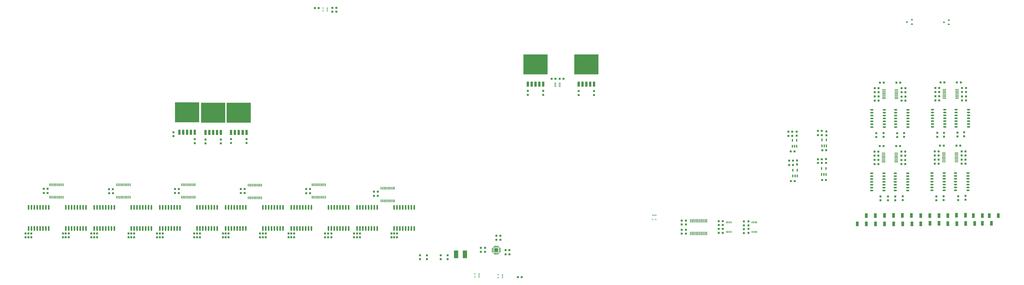
<source format=gbp>
G04*
G04 #@! TF.GenerationSoftware,Altium Limited,Altium Designer,18.1.9 (240)*
G04*
G04 Layer_Color=128*
%FSLAX25Y25*%
%MOIN*%
G70*
G01*
G75*
%ADD34R,0.03740X0.03740*%
%ADD35R,0.03740X0.03740*%
%ADD46O,0.02362X0.08661*%
%ADD50R,0.07500X0.13500*%
%ADD51R,0.01654X0.03500*%
%ADD63R,0.01181X0.06299*%
%ADD140O,0.05709X0.02362*%
%ADD141R,0.02441X0.04803*%
%ADD142R,0.03347X0.02362*%
%ADD143R,0.05000X0.08268*%
%ADD144R,0.06496X0.01181*%
%ADD145R,0.04200X0.09000*%
%ADD146R,0.42000X0.35000*%
%ADD147R,0.01575X0.04921*%
%ADD148R,0.01181X0.01181*%
%ADD149R,0.01181X0.03543*%
%ADD150R,0.03543X0.01181*%
%ADD151R,0.07087X0.07087*%
%ADD152R,0.01968X0.01575*%
%ADD153R,0.01575X0.01968*%
%ADD154R,0.03347X0.01575*%
D34*
X1395413Y285405D02*
D03*
Y278713D02*
D03*
X1394707Y237260D02*
D03*
Y230567D02*
D03*
X1343673Y278153D02*
D03*
Y284846D02*
D03*
X1344467Y228153D02*
D03*
Y234846D02*
D03*
X1586500Y165654D02*
D03*
Y172346D02*
D03*
X1624303Y166119D02*
D03*
Y172812D02*
D03*
X1598949Y166119D02*
D03*
Y172812D02*
D03*
X1637046Y166654D02*
D03*
Y173346D02*
D03*
X1482000Y282252D02*
D03*
Y275559D02*
D03*
X1494695Y282587D02*
D03*
Y275894D02*
D03*
X1530500Y282587D02*
D03*
Y275894D02*
D03*
X1518403Y282252D02*
D03*
Y275559D02*
D03*
X1588054Y276153D02*
D03*
Y282846D02*
D03*
X1599905Y276373D02*
D03*
Y283066D02*
D03*
X1634798Y277153D02*
D03*
Y283846D02*
D03*
X1623000Y276654D02*
D03*
Y283347D02*
D03*
X1489500Y172348D02*
D03*
Y165655D02*
D03*
X1502300Y172346D02*
D03*
Y165654D02*
D03*
X1528071Y172812D02*
D03*
Y166119D02*
D03*
X1515221Y172348D02*
D03*
Y165655D02*
D03*
X829000Y97154D02*
D03*
Y103847D02*
D03*
X544000Y500347D02*
D03*
Y493653D02*
D03*
X822000Y103847D02*
D03*
Y97154D02*
D03*
X795000Y82846D02*
D03*
Y76153D02*
D03*
X802500Y82846D02*
D03*
Y76153D02*
D03*
X991788Y355500D02*
D03*
Y348807D02*
D03*
X298141Y271847D02*
D03*
Y265154D02*
D03*
X964988Y355500D02*
D03*
Y348807D02*
D03*
X261000Y284068D02*
D03*
Y277375D02*
D03*
X316700Y271346D02*
D03*
Y264653D02*
D03*
X343500Y271346D02*
D03*
Y264653D02*
D03*
X876602Y355847D02*
D03*
Y349153D02*
D03*
X361197Y272000D02*
D03*
Y265307D02*
D03*
X903402Y355847D02*
D03*
Y349153D02*
D03*
X388000Y272000D02*
D03*
Y265307D02*
D03*
X79000Y107976D02*
D03*
Y101284D02*
D03*
X192770Y107976D02*
D03*
Y101284D02*
D03*
X307000Y107976D02*
D03*
Y101284D02*
D03*
X421384Y107976D02*
D03*
Y101284D02*
D03*
X535326Y107976D02*
D03*
Y101284D02*
D03*
X649498Y107976D02*
D03*
Y101284D02*
D03*
X9000Y107976D02*
D03*
Y101284D02*
D03*
X128270Y107976D02*
D03*
Y101284D02*
D03*
X242538Y107976D02*
D03*
Y101284D02*
D03*
X356691Y107976D02*
D03*
Y101284D02*
D03*
X470845Y107976D02*
D03*
Y101284D02*
D03*
X584998Y107976D02*
D03*
Y101284D02*
D03*
X73831Y107976D02*
D03*
Y101284D02*
D03*
X187770Y107976D02*
D03*
Y101284D02*
D03*
X302038Y107976D02*
D03*
Y101284D02*
D03*
X416384Y107976D02*
D03*
Y101284D02*
D03*
X529826Y107976D02*
D03*
Y101284D02*
D03*
X644498Y107976D02*
D03*
Y101284D02*
D03*
X14000Y107976D02*
D03*
Y101284D02*
D03*
X123270Y107976D02*
D03*
Y101284D02*
D03*
X237538Y107976D02*
D03*
Y101284D02*
D03*
X351691Y107976D02*
D03*
Y101284D02*
D03*
X465845Y107976D02*
D03*
Y101284D02*
D03*
X579998Y107976D02*
D03*
Y101284D02*
D03*
X69000Y107976D02*
D03*
Y101284D02*
D03*
X183067Y107976D02*
D03*
Y101284D02*
D03*
X297000Y107976D02*
D03*
Y101284D02*
D03*
X411567Y107976D02*
D03*
Y101284D02*
D03*
X524326Y107976D02*
D03*
Y101284D02*
D03*
X639831Y107976D02*
D03*
Y101284D02*
D03*
X4000Y107976D02*
D03*
Y101284D02*
D03*
X118402Y107976D02*
D03*
Y101284D02*
D03*
X232538Y107976D02*
D03*
Y101284D02*
D03*
X347000Y107976D02*
D03*
Y101284D02*
D03*
X461000Y107976D02*
D03*
Y101284D02*
D03*
X574831Y107976D02*
D03*
Y101284D02*
D03*
X1252000Y128847D02*
D03*
Y122153D02*
D03*
X1260000Y109153D02*
D03*
Y115847D02*
D03*
Y128847D02*
D03*
Y122153D02*
D03*
X1252000Y108653D02*
D03*
Y115347D02*
D03*
X1208500Y129347D02*
D03*
Y122653D02*
D03*
Y109153D02*
D03*
Y115847D02*
D03*
X1215500Y129347D02*
D03*
Y122653D02*
D03*
Y109153D02*
D03*
Y115847D02*
D03*
X1144000Y130347D02*
D03*
Y123653D02*
D03*
Y107653D02*
D03*
Y114347D02*
D03*
X1151500Y130347D02*
D03*
Y123653D02*
D03*
Y107653D02*
D03*
Y114347D02*
D03*
X737500Y63197D02*
D03*
Y69890D02*
D03*
X725500Y63197D02*
D03*
Y69890D02*
D03*
X701500Y63197D02*
D03*
Y69890D02*
D03*
X689500Y63197D02*
D03*
Y69890D02*
D03*
X537000Y493653D02*
D03*
Y500347D02*
D03*
D35*
X1388327Y252500D02*
D03*
X1395020D02*
D03*
X1387313Y230567D02*
D03*
X1380620D02*
D03*
X1388120Y201000D02*
D03*
X1394813D02*
D03*
X1380620Y237000D02*
D03*
X1387313D02*
D03*
X1336020Y284894D02*
D03*
X1329327D02*
D03*
Y277500D02*
D03*
X1336020D02*
D03*
X1337313Y234500D02*
D03*
X1330620D02*
D03*
Y227000D02*
D03*
X1337313D02*
D03*
X1340020Y250765D02*
D03*
X1333327D02*
D03*
X1340313Y199000D02*
D03*
X1333620D02*
D03*
X1380827Y286305D02*
D03*
X1387520D02*
D03*
Y278906D02*
D03*
X1380827D02*
D03*
X1599400Y260500D02*
D03*
X1592707D02*
D03*
X1590347Y250726D02*
D03*
X1583654D02*
D03*
X1621307Y260500D02*
D03*
X1628000D02*
D03*
X1630307Y250726D02*
D03*
X1637000D02*
D03*
X1583654Y243726D02*
D03*
X1590347D02*
D03*
Y236395D02*
D03*
X1583654D02*
D03*
X1590347Y229186D02*
D03*
X1583654D02*
D03*
X1630307Y243726D02*
D03*
X1637000D02*
D03*
Y236226D02*
D03*
X1630307D02*
D03*
Y229186D02*
D03*
X1637000D02*
D03*
X1488453Y370274D02*
D03*
X1495146D02*
D03*
X1532747Y353500D02*
D03*
X1526054D02*
D03*
X1486093Y360500D02*
D03*
X1479400D02*
D03*
X1523746Y370274D02*
D03*
X1517054D02*
D03*
X1526054Y360500D02*
D03*
X1532747D02*
D03*
X1486093Y353500D02*
D03*
X1479400D02*
D03*
Y346169D02*
D03*
X1486093D02*
D03*
Y338961D02*
D03*
X1479400D02*
D03*
X1526054Y346000D02*
D03*
X1532747D02*
D03*
X1526054Y338961D02*
D03*
X1532747D02*
D03*
X1600357Y370754D02*
D03*
X1593664D02*
D03*
X1591303Y346648D02*
D03*
X1584610D02*
D03*
Y353979D02*
D03*
X1591303D02*
D03*
Y360979D02*
D03*
X1584610D02*
D03*
X1622264Y370754D02*
D03*
X1628957D02*
D03*
X1631264Y353979D02*
D03*
X1637957D02*
D03*
Y346479D02*
D03*
X1631264D02*
D03*
Y360979D02*
D03*
X1637957D02*
D03*
X1591303Y339440D02*
D03*
X1584610D02*
D03*
X1631264D02*
D03*
X1637957D02*
D03*
X1485693Y243262D02*
D03*
X1479000D02*
D03*
X1485693Y250262D02*
D03*
X1479000D02*
D03*
Y235931D02*
D03*
X1485693D02*
D03*
Y228722D02*
D03*
X1479000D02*
D03*
X1525653Y235762D02*
D03*
X1532347D02*
D03*
X1525653Y228722D02*
D03*
X1532347D02*
D03*
Y243262D02*
D03*
X1525653D02*
D03*
Y250262D02*
D03*
X1532347D02*
D03*
X1488054Y260036D02*
D03*
X1494746D02*
D03*
X1523347D02*
D03*
X1516654D02*
D03*
X859359Y32000D02*
D03*
X866052D02*
D03*
X838153Y71500D02*
D03*
X844847D02*
D03*
X838153Y79000D02*
D03*
X844847D02*
D03*
X513346Y500059D02*
D03*
X506653D02*
D03*
X42309Y178260D02*
D03*
X35616D02*
D03*
X156000Y178143D02*
D03*
X149307D02*
D03*
X270331Y178167D02*
D03*
X263638D02*
D03*
X384731Y178260D02*
D03*
X378038D02*
D03*
X498331Y178053D02*
D03*
X491638D02*
D03*
X616024Y173317D02*
D03*
X609331D02*
D03*
X35653Y185546D02*
D03*
X42347D02*
D03*
X149153Y185000D02*
D03*
X155847D02*
D03*
X263638Y185353D02*
D03*
X270331D02*
D03*
X378038Y185260D02*
D03*
X384731D02*
D03*
X491845D02*
D03*
X498538D02*
D03*
X609331Y180675D02*
D03*
X616024D02*
D03*
X924658Y377153D02*
D03*
X917965D02*
D03*
X931965D02*
D03*
X938657D02*
D03*
D46*
X108963Y116669D02*
D03*
X103963D02*
D03*
X98963D02*
D03*
X93963D02*
D03*
X88963D02*
D03*
X83963D02*
D03*
X78963D02*
D03*
X73963D02*
D03*
X108963Y153362D02*
D03*
X103963D02*
D03*
X98963D02*
D03*
X93963D02*
D03*
X88963D02*
D03*
X83963D02*
D03*
X78963D02*
D03*
X73963D02*
D03*
X222770Y116669D02*
D03*
X217770D02*
D03*
X212770D02*
D03*
X207770D02*
D03*
X202770D02*
D03*
X197770D02*
D03*
X192770D02*
D03*
X187770D02*
D03*
X222770Y153362D02*
D03*
X217770D02*
D03*
X212770D02*
D03*
X207770D02*
D03*
X202770D02*
D03*
X197770D02*
D03*
X192770D02*
D03*
X187770D02*
D03*
X337038Y116669D02*
D03*
X332038D02*
D03*
X327038D02*
D03*
X322038D02*
D03*
X317038D02*
D03*
X312038D02*
D03*
X307038D02*
D03*
X302038D02*
D03*
X337038Y153362D02*
D03*
X332038D02*
D03*
X327038D02*
D03*
X322038D02*
D03*
X317038D02*
D03*
X312038D02*
D03*
X307038D02*
D03*
X302038D02*
D03*
X451384Y116669D02*
D03*
X446384D02*
D03*
X441384D02*
D03*
X436384D02*
D03*
X431384D02*
D03*
X426384D02*
D03*
X421384D02*
D03*
X416384D02*
D03*
X451384Y153362D02*
D03*
X446384D02*
D03*
X441384D02*
D03*
X436384D02*
D03*
X431384D02*
D03*
X426384D02*
D03*
X421384D02*
D03*
X416384D02*
D03*
X565345Y116669D02*
D03*
X560345D02*
D03*
X555345D02*
D03*
X550345D02*
D03*
X545345D02*
D03*
X540345D02*
D03*
X535345D02*
D03*
X530345D02*
D03*
X565345Y153362D02*
D03*
X560345D02*
D03*
X555345D02*
D03*
X550345D02*
D03*
X545345D02*
D03*
X540345D02*
D03*
X535345D02*
D03*
X530345D02*
D03*
X679498Y116669D02*
D03*
X674498D02*
D03*
X669498D02*
D03*
X664498D02*
D03*
X659498D02*
D03*
X654498D02*
D03*
X649498D02*
D03*
X644498D02*
D03*
X679498Y153362D02*
D03*
X674498D02*
D03*
X669498D02*
D03*
X664498D02*
D03*
X659498D02*
D03*
X654498D02*
D03*
X649498D02*
D03*
X644498D02*
D03*
X44463Y116516D02*
D03*
X39463D02*
D03*
X34463D02*
D03*
X29463D02*
D03*
X24463D02*
D03*
X19463D02*
D03*
X14463D02*
D03*
X9463D02*
D03*
X44463Y153209D02*
D03*
X39463D02*
D03*
X34463D02*
D03*
X29463D02*
D03*
X24463D02*
D03*
X19463D02*
D03*
X14463D02*
D03*
X9463D02*
D03*
X158270Y116516D02*
D03*
X153270D02*
D03*
X148270D02*
D03*
X143270D02*
D03*
X138270D02*
D03*
X133270D02*
D03*
X128270D02*
D03*
X123270D02*
D03*
X158270Y153209D02*
D03*
X153270D02*
D03*
X148270D02*
D03*
X143270D02*
D03*
X138270D02*
D03*
X133270D02*
D03*
X128270D02*
D03*
X123270D02*
D03*
X272538Y116516D02*
D03*
X267538D02*
D03*
X262538D02*
D03*
X257538D02*
D03*
X252538D02*
D03*
X247538D02*
D03*
X242538D02*
D03*
X237538D02*
D03*
X272538Y153209D02*
D03*
X267538D02*
D03*
X262538D02*
D03*
X257538D02*
D03*
X252538D02*
D03*
X247538D02*
D03*
X242538D02*
D03*
X237538D02*
D03*
X386691Y116516D02*
D03*
X381691D02*
D03*
X376691D02*
D03*
X371691D02*
D03*
X366691D02*
D03*
X361691D02*
D03*
X356691D02*
D03*
X351691D02*
D03*
X386691Y153209D02*
D03*
X381691D02*
D03*
X376691D02*
D03*
X371691D02*
D03*
X366691D02*
D03*
X361691D02*
D03*
X356691D02*
D03*
X351691D02*
D03*
X500845Y116516D02*
D03*
X495845D02*
D03*
X490845D02*
D03*
X485845D02*
D03*
X480845D02*
D03*
X475845D02*
D03*
X470845D02*
D03*
X465845D02*
D03*
X500845Y153209D02*
D03*
X495845D02*
D03*
X490845D02*
D03*
X485845D02*
D03*
X480845D02*
D03*
X475845D02*
D03*
X470845D02*
D03*
X465845D02*
D03*
X614998Y116516D02*
D03*
X609998D02*
D03*
X604998D02*
D03*
X599998D02*
D03*
X594998D02*
D03*
X589998D02*
D03*
X584998D02*
D03*
X579998D02*
D03*
X614998Y153209D02*
D03*
X609998D02*
D03*
X604998D02*
D03*
X599998D02*
D03*
X594998D02*
D03*
X589998D02*
D03*
X584998D02*
D03*
X579998D02*
D03*
D50*
X767500Y71500D02*
D03*
X752004D02*
D03*
D51*
X1266500Y127287D02*
D03*
Y110711D02*
D03*
X1269059D02*
D03*
X1271618D02*
D03*
X1274177D02*
D03*
X1269059Y127287D02*
D03*
X1271618D02*
D03*
X1274177D02*
D03*
X1222000D02*
D03*
Y110711D02*
D03*
X1224559D02*
D03*
X1227118D02*
D03*
X1229677D02*
D03*
X1224559Y127287D02*
D03*
X1227118D02*
D03*
X1229677D02*
D03*
D63*
X1159425Y130024D02*
D03*
X1161984D02*
D03*
X1164543D02*
D03*
X1167102D02*
D03*
X1169661D02*
D03*
X1172221D02*
D03*
X1174780D02*
D03*
X1177339D02*
D03*
X1179898D02*
D03*
X1182457D02*
D03*
X1185016D02*
D03*
X1187575D02*
D03*
X1159425Y107976D02*
D03*
X1161984D02*
D03*
X1164543D02*
D03*
X1167102D02*
D03*
X1169661D02*
D03*
X1172221D02*
D03*
X1174780D02*
D03*
X1177339D02*
D03*
X1179898D02*
D03*
X1182457D02*
D03*
X1185016D02*
D03*
X1187575D02*
D03*
D140*
X1579728Y293360D02*
D03*
Y298360D02*
D03*
Y303360D02*
D03*
Y308360D02*
D03*
Y313360D02*
D03*
Y318360D02*
D03*
Y323360D02*
D03*
X1601185Y293360D02*
D03*
Y298360D02*
D03*
Y303360D02*
D03*
Y308360D02*
D03*
Y313360D02*
D03*
Y318360D02*
D03*
Y323360D02*
D03*
X1515221Y182691D02*
D03*
Y187691D02*
D03*
Y192691D02*
D03*
Y197691D02*
D03*
Y202691D02*
D03*
Y207691D02*
D03*
Y212691D02*
D03*
X1536677Y182691D02*
D03*
Y187691D02*
D03*
Y192691D02*
D03*
Y197691D02*
D03*
Y202691D02*
D03*
Y207691D02*
D03*
Y212691D02*
D03*
X1600228Y213106D02*
D03*
Y208106D02*
D03*
Y203106D02*
D03*
Y198106D02*
D03*
Y193106D02*
D03*
Y188106D02*
D03*
Y183106D02*
D03*
X1578772Y213106D02*
D03*
Y208106D02*
D03*
Y203106D02*
D03*
Y198106D02*
D03*
Y193106D02*
D03*
Y188106D02*
D03*
Y183106D02*
D03*
X1495975Y322881D02*
D03*
Y317881D02*
D03*
Y312881D02*
D03*
Y307881D02*
D03*
Y302881D02*
D03*
Y297881D02*
D03*
Y292881D02*
D03*
X1474518Y322881D02*
D03*
Y317881D02*
D03*
Y312881D02*
D03*
Y307881D02*
D03*
Y302881D02*
D03*
Y297881D02*
D03*
Y292881D02*
D03*
X1495575Y212642D02*
D03*
Y207642D02*
D03*
Y202642D02*
D03*
Y197642D02*
D03*
Y192642D02*
D03*
Y187642D02*
D03*
Y182642D02*
D03*
X1474118Y212642D02*
D03*
Y207642D02*
D03*
Y202642D02*
D03*
Y197642D02*
D03*
Y192642D02*
D03*
Y187642D02*
D03*
Y182642D02*
D03*
X1620831Y293408D02*
D03*
Y298408D02*
D03*
Y303408D02*
D03*
Y308408D02*
D03*
Y313408D02*
D03*
Y318408D02*
D03*
Y323408D02*
D03*
X1642287Y293408D02*
D03*
Y298408D02*
D03*
Y303408D02*
D03*
Y308408D02*
D03*
Y313408D02*
D03*
Y318408D02*
D03*
Y323408D02*
D03*
X1619874Y183155D02*
D03*
Y188155D02*
D03*
Y193155D02*
D03*
Y198155D02*
D03*
Y203155D02*
D03*
Y208155D02*
D03*
Y213155D02*
D03*
X1641331Y183155D02*
D03*
Y188155D02*
D03*
Y193155D02*
D03*
Y198155D02*
D03*
Y203155D02*
D03*
Y208155D02*
D03*
Y213155D02*
D03*
X1515621Y292929D02*
D03*
Y297929D02*
D03*
Y302929D02*
D03*
Y307929D02*
D03*
Y312929D02*
D03*
Y317929D02*
D03*
Y322929D02*
D03*
X1537077Y292929D02*
D03*
Y297929D02*
D03*
Y302929D02*
D03*
Y307929D02*
D03*
Y312929D02*
D03*
Y317929D02*
D03*
Y322929D02*
D03*
D141*
X1387933Y270657D02*
D03*
X1395413D02*
D03*
Y260343D02*
D03*
X1391673D02*
D03*
X1387933D02*
D03*
X1336433Y269855D02*
D03*
X1343913D02*
D03*
Y259541D02*
D03*
X1340173D02*
D03*
X1336433D02*
D03*
X1337227Y218158D02*
D03*
X1344707D02*
D03*
Y207842D02*
D03*
X1340967D02*
D03*
X1337227D02*
D03*
X1387227Y221071D02*
D03*
X1394707D02*
D03*
Y210756D02*
D03*
X1390967D02*
D03*
X1387227D02*
D03*
D142*
X1543988Y479496D02*
D03*
Y472016D02*
D03*
X1535524Y475756D02*
D03*
X1608088Y479096D02*
D03*
Y471616D02*
D03*
X1599624Y475356D02*
D03*
D143*
X1512500Y124500D02*
D03*
X1528071D02*
D03*
X1543000Y139300D02*
D03*
X1527429D02*
D03*
X1480716Y124500D02*
D03*
X1496287D02*
D03*
X1512000Y139300D02*
D03*
X1496429D02*
D03*
X1544000Y124500D02*
D03*
X1559571D02*
D03*
X1575000Y139000D02*
D03*
X1559429D02*
D03*
X1449209Y124500D02*
D03*
X1464780D02*
D03*
X1480500Y139000D02*
D03*
X1464929D02*
D03*
X1666516Y125523D02*
D03*
X1682087D02*
D03*
X1694000Y139039D02*
D03*
X1678429D02*
D03*
X1606516Y139000D02*
D03*
X1590945D02*
D03*
X1575500Y125500D02*
D03*
X1591071D02*
D03*
X1637000Y139500D02*
D03*
X1621429D02*
D03*
X1606516Y125000D02*
D03*
X1622087D02*
D03*
X1637500Y125200D02*
D03*
X1653071D02*
D03*
X1666500Y139000D02*
D03*
X1650929D02*
D03*
D144*
X1621425Y248072D02*
D03*
Y245513D02*
D03*
Y242954D02*
D03*
Y240395D02*
D03*
Y237836D02*
D03*
Y235277D02*
D03*
Y232718D02*
D03*
X1599575Y248072D02*
D03*
Y245513D02*
D03*
Y242954D02*
D03*
Y240395D02*
D03*
Y237836D02*
D03*
Y235277D02*
D03*
Y232718D02*
D03*
X1517172Y357846D02*
D03*
Y355287D02*
D03*
Y352728D02*
D03*
Y350169D02*
D03*
Y347610D02*
D03*
Y345051D02*
D03*
Y342492D02*
D03*
X1495321Y357846D02*
D03*
Y355287D02*
D03*
Y352728D02*
D03*
Y350169D02*
D03*
Y347610D02*
D03*
Y345051D02*
D03*
Y342492D02*
D03*
X1622382Y358326D02*
D03*
Y355766D02*
D03*
Y353207D02*
D03*
Y350648D02*
D03*
Y348089D02*
D03*
Y345530D02*
D03*
Y342971D02*
D03*
X1600532Y358326D02*
D03*
Y355766D02*
D03*
Y353207D02*
D03*
Y350648D02*
D03*
Y348089D02*
D03*
Y345530D02*
D03*
Y342971D02*
D03*
X1516772Y247608D02*
D03*
Y245049D02*
D03*
Y242490D02*
D03*
Y239931D02*
D03*
Y237372D02*
D03*
Y234813D02*
D03*
Y232254D02*
D03*
X1494921Y247608D02*
D03*
Y245049D02*
D03*
Y242490D02*
D03*
Y239931D02*
D03*
Y237372D02*
D03*
Y234813D02*
D03*
Y232254D02*
D03*
D145*
X978388Y367653D02*
D03*
X971688D02*
D03*
X964988D02*
D03*
X985088D02*
D03*
X991788D02*
D03*
X284741Y284000D02*
D03*
X278041D02*
D03*
X271341D02*
D03*
X291441D02*
D03*
X298141D02*
D03*
X330100Y283565D02*
D03*
X323400D02*
D03*
X316700D02*
D03*
X336800D02*
D03*
X343500D02*
D03*
X890002Y367653D02*
D03*
X883302D02*
D03*
X876602D02*
D03*
X896702D02*
D03*
X903402D02*
D03*
X374600Y283565D02*
D03*
X367900D02*
D03*
X361200D02*
D03*
X381300D02*
D03*
X388000D02*
D03*
D146*
X978388Y402153D02*
D03*
X284741Y318500D02*
D03*
X330100Y318065D02*
D03*
X890002Y402153D02*
D03*
X374600Y318065D02*
D03*
D147*
X53949Y170909D02*
D03*
X51390D02*
D03*
X48831D02*
D03*
X46272D02*
D03*
X56508D02*
D03*
X59067D02*
D03*
X61626D02*
D03*
X66744D02*
D03*
X64185D02*
D03*
X69303D02*
D03*
Y192760D02*
D03*
X64185D02*
D03*
X66744D02*
D03*
X61626D02*
D03*
X59067D02*
D03*
X56508D02*
D03*
X46272D02*
D03*
X48831D02*
D03*
X51390D02*
D03*
X53949D02*
D03*
X170272Y170909D02*
D03*
X167713D02*
D03*
X165154D02*
D03*
X162594D02*
D03*
X172831D02*
D03*
X175390D02*
D03*
X177949D02*
D03*
X183067D02*
D03*
X180508D02*
D03*
X185626D02*
D03*
Y192760D02*
D03*
X180508D02*
D03*
X183067D02*
D03*
X177949D02*
D03*
X175390D02*
D03*
X172831D02*
D03*
X162594D02*
D03*
X165154D02*
D03*
X167713D02*
D03*
X170272D02*
D03*
X283154Y170909D02*
D03*
X280594D02*
D03*
X278035D02*
D03*
X275476D02*
D03*
X285713D02*
D03*
X288272D02*
D03*
X290831D02*
D03*
X295949D02*
D03*
X293390D02*
D03*
X298508D02*
D03*
Y192760D02*
D03*
X293390D02*
D03*
X295949D02*
D03*
X290831D02*
D03*
X288272D02*
D03*
X285713D02*
D03*
X275476D02*
D03*
X278035D02*
D03*
X280594D02*
D03*
X283154D02*
D03*
X398772Y170150D02*
D03*
X396213D02*
D03*
X393653D02*
D03*
X391094D02*
D03*
X401331D02*
D03*
X403890D02*
D03*
X406449D02*
D03*
X411567D02*
D03*
X409008D02*
D03*
X414126D02*
D03*
Y192000D02*
D03*
X409008D02*
D03*
X411567D02*
D03*
X406449D02*
D03*
X403890D02*
D03*
X401331D02*
D03*
X391094D02*
D03*
X393653D02*
D03*
X396213D02*
D03*
X398772D02*
D03*
X509680Y170909D02*
D03*
X507120D02*
D03*
X504561D02*
D03*
X502002D02*
D03*
X512239D02*
D03*
X514798D02*
D03*
X517357D02*
D03*
X522475D02*
D03*
X519916D02*
D03*
X525034D02*
D03*
Y192760D02*
D03*
X519916D02*
D03*
X522475D02*
D03*
X517357D02*
D03*
X514798D02*
D03*
X512239D02*
D03*
X502002D02*
D03*
X504561D02*
D03*
X507120D02*
D03*
X509680D02*
D03*
X629501Y164650D02*
D03*
X626942D02*
D03*
X624383D02*
D03*
X621824D02*
D03*
X632061D02*
D03*
X634620D02*
D03*
X637179D02*
D03*
X642297D02*
D03*
X639738D02*
D03*
X644856D02*
D03*
Y186500D02*
D03*
X639738D02*
D03*
X642297D02*
D03*
X637179D02*
D03*
X634620D02*
D03*
X632061D02*
D03*
X621824D02*
D03*
X624383D02*
D03*
X626942D02*
D03*
X629501D02*
D03*
D148*
X816973Y74079D02*
D03*
X826815D02*
D03*
Y83921D02*
D03*
X816973D02*
D03*
D149*
X824847Y72898D02*
D03*
X822878D02*
D03*
X820910D02*
D03*
X818941D02*
D03*
X824847Y85084D02*
D03*
X822878D02*
D03*
X820910D02*
D03*
X818941D02*
D03*
D150*
X827978Y76047D02*
D03*
Y78016D02*
D03*
Y79984D02*
D03*
Y81953D02*
D03*
X815792D02*
D03*
Y79984D02*
D03*
Y78016D02*
D03*
Y76047D02*
D03*
D151*
X821894Y79000D02*
D03*
D152*
X825260Y36059D02*
D03*
Y30941D02*
D03*
X832740Y36059D02*
D03*
Y33500D02*
D03*
Y30941D02*
D03*
X784760Y37559D02*
D03*
Y32441D02*
D03*
X792240Y37559D02*
D03*
Y35000D02*
D03*
Y32441D02*
D03*
X521078Y500059D02*
D03*
Y494941D02*
D03*
X528558Y500059D02*
D03*
Y497500D02*
D03*
Y494941D02*
D03*
D153*
X1093859Y132260D02*
D03*
X1098977D02*
D03*
X1093859Y139740D02*
D03*
X1096418D02*
D03*
X1098977D02*
D03*
D154*
X924571Y369213D02*
D03*
Y366653D02*
D03*
Y364094D02*
D03*
X932051D02*
D03*
Y366653D02*
D03*
Y369213D02*
D03*
M02*

</source>
